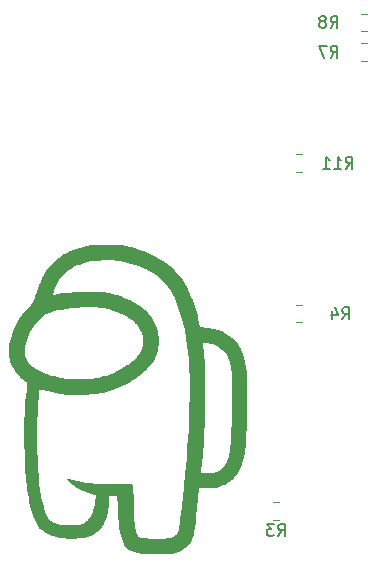
<source format=gbr>
%TF.GenerationSoftware,KiCad,Pcbnew,7.0.1*%
%TF.CreationDate,2023-11-18T18:12:55+02:00*%
%TF.ProjectId,Ulkovalo,556c6b6f-7661-46c6-9f2e-6b696361645f,rev?*%
%TF.SameCoordinates,Original*%
%TF.FileFunction,Legend,Bot*%
%TF.FilePolarity,Positive*%
%FSLAX46Y46*%
G04 Gerber Fmt 4.6, Leading zero omitted, Abs format (unit mm)*
G04 Created by KiCad (PCBNEW 7.0.1) date 2023-11-18 18:12:55*
%MOMM*%
%LPD*%
G01*
G04 APERTURE LIST*
%ADD10C,0.000000*%
%ADD11C,0.150000*%
%ADD12C,0.120000*%
G04 APERTURE END LIST*
D10*
G36*
X61356894Y-95054582D02*
G01*
X61363689Y-95526201D01*
X61370272Y-96546387D01*
X61358810Y-97512312D01*
X61330109Y-98413373D01*
X61284975Y-99238966D01*
X61224214Y-99978487D01*
X61148632Y-100621331D01*
X61059035Y-101156895D01*
X61009234Y-101381133D01*
X60956230Y-101574574D01*
X60897677Y-101744063D01*
X60827628Y-101910761D01*
X60746743Y-102073987D01*
X60655680Y-102233058D01*
X60555099Y-102387291D01*
X60445657Y-102536006D01*
X60328014Y-102678519D01*
X60202829Y-102814149D01*
X60070761Y-102942213D01*
X59932469Y-103062030D01*
X59788611Y-103172918D01*
X59639846Y-103274193D01*
X59486833Y-103365174D01*
X59330232Y-103445180D01*
X59170700Y-103513527D01*
X59008897Y-103569534D01*
X58959641Y-103584675D01*
X58910764Y-103598390D01*
X58861778Y-103610741D01*
X58812196Y-103621790D01*
X58761529Y-103631598D01*
X58709288Y-103640228D01*
X58654985Y-103647742D01*
X58598132Y-103654202D01*
X58538240Y-103659669D01*
X58474821Y-103664206D01*
X58407387Y-103667875D01*
X58335450Y-103670738D01*
X58176111Y-103674294D01*
X57992897Y-103675369D01*
X57320855Y-103675369D01*
X57230897Y-104559077D01*
X57068096Y-106101349D01*
X57002911Y-106648902D01*
X56944486Y-107074602D01*
X56889781Y-107398851D01*
X56835759Y-107642051D01*
X56779380Y-107824603D01*
X56717606Y-107966910D01*
X56653319Y-108086391D01*
X56583567Y-108200694D01*
X56508467Y-108309726D01*
X56428135Y-108413393D01*
X56342687Y-108511604D01*
X56252239Y-108604265D01*
X56156907Y-108691283D01*
X56056809Y-108772565D01*
X55952060Y-108848018D01*
X55842776Y-108917548D01*
X55729073Y-108981064D01*
X55611069Y-109038471D01*
X55488879Y-109089677D01*
X55362619Y-109134589D01*
X55232406Y-109173114D01*
X55098356Y-109205158D01*
X54988143Y-109224633D01*
X54852397Y-109241394D01*
X54518753Y-109266839D01*
X54126322Y-109281618D01*
X53704001Y-109285856D01*
X53280689Y-109279675D01*
X52885282Y-109263201D01*
X52546677Y-109236557D01*
X52407707Y-109219460D01*
X52293773Y-109199867D01*
X52137621Y-109165858D01*
X51994081Y-109130951D01*
X51862369Y-109094617D01*
X51741703Y-109056330D01*
X51631300Y-109015562D01*
X51530377Y-108971787D01*
X51438152Y-108924477D01*
X51353840Y-108873106D01*
X51276660Y-108817145D01*
X51205829Y-108756069D01*
X51140563Y-108689350D01*
X51080079Y-108616460D01*
X51023596Y-108536874D01*
X50970329Y-108450063D01*
X50919496Y-108355501D01*
X50870315Y-108252660D01*
X50817760Y-108132721D01*
X50769111Y-108008271D01*
X50724184Y-107878147D01*
X50682791Y-107741187D01*
X50644747Y-107596227D01*
X50609865Y-107442104D01*
X50577960Y-107277657D01*
X50548845Y-107101722D01*
X50522335Y-106913136D01*
X50498244Y-106710738D01*
X50476385Y-106493364D01*
X50456572Y-106259851D01*
X50438620Y-106009037D01*
X50422342Y-105739759D01*
X50394064Y-105141160D01*
X50362315Y-104310367D01*
X49700857Y-104310367D01*
X49669106Y-104903036D01*
X49656851Y-105088950D01*
X49638039Y-105271406D01*
X49612807Y-105450049D01*
X49581298Y-105624521D01*
X49543649Y-105794467D01*
X49500000Y-105959529D01*
X49450492Y-106119351D01*
X49395263Y-106273577D01*
X49334452Y-106421849D01*
X49268200Y-106563812D01*
X49196647Y-106699108D01*
X49119930Y-106827382D01*
X49038191Y-106948276D01*
X48951569Y-107061434D01*
X48860202Y-107166500D01*
X48764231Y-107263117D01*
X48676340Y-107342523D01*
X48586960Y-107416162D01*
X48495596Y-107484219D01*
X48401752Y-107546882D01*
X48304931Y-107604336D01*
X48204637Y-107656767D01*
X48100375Y-107704361D01*
X47991648Y-107747304D01*
X47877959Y-107785783D01*
X47758814Y-107819982D01*
X47633716Y-107850089D01*
X47502168Y-107876289D01*
X47363676Y-107898769D01*
X47217741Y-107917713D01*
X47063870Y-107933309D01*
X46901564Y-107945743D01*
X46652726Y-107955396D01*
X46406825Y-107954755D01*
X46164691Y-107944068D01*
X45927154Y-107923584D01*
X45695042Y-107893549D01*
X45469187Y-107854213D01*
X45250416Y-107805823D01*
X45039559Y-107748628D01*
X44837446Y-107682875D01*
X44644906Y-107608812D01*
X44462769Y-107526688D01*
X44291863Y-107436750D01*
X44133019Y-107339247D01*
X43987065Y-107234427D01*
X43854832Y-107122537D01*
X43737148Y-107003826D01*
X43641352Y-106885133D01*
X43548478Y-106743604D01*
X43458595Y-106579596D01*
X43371775Y-106393465D01*
X43288086Y-106185568D01*
X43207599Y-105956262D01*
X43130383Y-105705903D01*
X43056508Y-105434847D01*
X42986043Y-105143452D01*
X42919059Y-104832073D01*
X42855625Y-104501067D01*
X42795811Y-104150791D01*
X42739686Y-103781602D01*
X42687321Y-103393855D01*
X42638786Y-102987908D01*
X42594149Y-102564118D01*
X42582036Y-102410597D01*
X42569675Y-102187252D01*
X42545200Y-101573254D01*
X42522710Y-100806458D01*
X42504189Y-99971201D01*
X42495859Y-99224322D01*
X42495768Y-99144213D01*
X43577406Y-99144213D01*
X43584145Y-99783740D01*
X43599565Y-100447452D01*
X43627077Y-101282378D01*
X43662899Y-102022053D01*
X43708395Y-102679873D01*
X43764929Y-103269233D01*
X43833866Y-103803525D01*
X43916569Y-104296146D01*
X44014403Y-104760490D01*
X44128732Y-105209950D01*
X44180630Y-105397217D01*
X44229894Y-105565081D01*
X44277606Y-105714978D01*
X44324854Y-105848341D01*
X44372722Y-105966603D01*
X44422295Y-106071200D01*
X44474659Y-106163566D01*
X44530898Y-106245133D01*
X44560810Y-106282316D01*
X44592098Y-106317337D01*
X44624898Y-106350375D01*
X44659345Y-106381610D01*
X44733723Y-106439388D01*
X44816317Y-106492105D01*
X44908213Y-106541193D01*
X45010496Y-106588088D01*
X45124252Y-106634224D01*
X45250564Y-106681034D01*
X45370619Y-106721889D01*
X45425623Y-106738926D01*
X45478767Y-106753877D01*
X45531167Y-106766875D01*
X45583939Y-106778052D01*
X45638199Y-106787538D01*
X45695064Y-106795466D01*
X45755650Y-106801968D01*
X45821072Y-106807176D01*
X45892448Y-106811221D01*
X45970893Y-106814235D01*
X46057523Y-106816350D01*
X46153456Y-106817697D01*
X46377690Y-106818617D01*
X46602576Y-106819464D01*
X46782751Y-106817459D01*
X46926587Y-106811734D01*
X46987494Y-106807205D01*
X47042456Y-106801420D01*
X47092518Y-106794270D01*
X47138729Y-106785648D01*
X47182133Y-106775445D01*
X47223777Y-106763551D01*
X47264709Y-106749860D01*
X47305974Y-106734261D01*
X47393689Y-106696909D01*
X47451500Y-106668983D01*
X47509651Y-106636964D01*
X47567865Y-106601101D01*
X47625861Y-106561641D01*
X47683362Y-106518832D01*
X47740087Y-106472923D01*
X47795758Y-106424161D01*
X47850096Y-106372794D01*
X47902822Y-106319072D01*
X47953656Y-106263240D01*
X48002319Y-106205549D01*
X48048534Y-106146245D01*
X48092019Y-106085577D01*
X48132497Y-106023793D01*
X48169689Y-105961141D01*
X48203315Y-105897869D01*
X48223803Y-105853117D01*
X48245431Y-105798815D01*
X48267974Y-105735832D01*
X48291206Y-105665035D01*
X48338841Y-105503474D01*
X48386538Y-105321077D01*
X48432499Y-105124789D01*
X48474926Y-104921556D01*
X48512019Y-104718323D01*
X48541981Y-104522035D01*
X48573732Y-104283908D01*
X48113356Y-104135744D01*
X47978361Y-104092214D01*
X47847233Y-104046963D01*
X47719997Y-104000007D01*
X47596675Y-103951362D01*
X47477291Y-103901042D01*
X47361867Y-103849063D01*
X47250428Y-103795441D01*
X47142997Y-103740191D01*
X47039596Y-103683328D01*
X46940250Y-103624869D01*
X46844980Y-103564829D01*
X46753811Y-103503223D01*
X46666766Y-103440066D01*
X46583869Y-103375375D01*
X46505141Y-103309164D01*
X46430607Y-103241450D01*
X46361133Y-103176721D01*
X46296496Y-103114534D01*
X46238060Y-103056439D01*
X46187190Y-103003988D01*
X46145249Y-102958730D01*
X46113602Y-102922215D01*
X46102065Y-102907721D01*
X46093614Y-102895994D01*
X46088418Y-102887229D01*
X46086648Y-102881618D01*
X46087324Y-102879803D01*
X46089331Y-102878324D01*
X46092634Y-102877177D01*
X46097200Y-102876356D01*
X46109984Y-102875675D01*
X46127410Y-102876242D01*
X46149209Y-102878019D01*
X46175108Y-102880966D01*
X46204836Y-102885044D01*
X46238122Y-102890216D01*
X46274694Y-102896442D01*
X46314282Y-102903683D01*
X46401419Y-102921057D01*
X46497362Y-102942027D01*
X46599939Y-102966284D01*
X47076985Y-103077678D01*
X47483400Y-103163895D01*
X47669054Y-103198531D01*
X47847771Y-103228036D01*
X48023123Y-103252796D01*
X48198685Y-103273201D01*
X48378029Y-103289637D01*
X48564729Y-103302491D01*
X48974492Y-103319007D01*
X49456561Y-103325849D01*
X50039523Y-103326118D01*
X51637606Y-103320826D01*
X51690522Y-103484868D01*
X51695598Y-103509099D01*
X51700868Y-103547500D01*
X51711771Y-103663461D01*
X51722799Y-103826056D01*
X51733517Y-104028586D01*
X51743491Y-104264355D01*
X51752286Y-104526664D01*
X51759469Y-104808818D01*
X51764606Y-105104118D01*
X51782931Y-105807930D01*
X51811983Y-106383874D01*
X51831404Y-106627810D01*
X51854554Y-106844476D01*
X51881781Y-107035439D01*
X51913434Y-107202263D01*
X51949862Y-107346515D01*
X51991414Y-107469761D01*
X52038438Y-107573566D01*
X52091284Y-107659496D01*
X52150300Y-107729117D01*
X52215834Y-107783994D01*
X52288237Y-107825695D01*
X52367856Y-107855783D01*
X52439720Y-107872946D01*
X52541427Y-107888660D01*
X52817813Y-107915397D01*
X53163900Y-107935313D01*
X53546575Y-107947726D01*
X53932722Y-107951953D01*
X54289227Y-107947313D01*
X54582977Y-107933123D01*
X54695970Y-107922233D01*
X54780856Y-107908701D01*
X54846902Y-107893566D01*
X54910119Y-107875928D01*
X54970530Y-107855763D01*
X55028158Y-107833047D01*
X55083027Y-107807758D01*
X55135160Y-107779872D01*
X55184579Y-107749366D01*
X55231309Y-107716217D01*
X55275372Y-107680401D01*
X55316792Y-107641896D01*
X55355592Y-107600678D01*
X55391795Y-107556723D01*
X55425425Y-107510009D01*
X55456504Y-107460512D01*
X55485057Y-107408209D01*
X55511106Y-107353076D01*
X55522266Y-107322949D01*
X55533916Y-107284201D01*
X55546045Y-107236897D01*
X55558648Y-107181096D01*
X55585241Y-107044257D01*
X55613632Y-106874179D01*
X55643759Y-106671360D01*
X55675561Y-106436295D01*
X55708975Y-106169479D01*
X55743939Y-105871410D01*
X55982064Y-103675369D01*
X56114647Y-102405367D01*
X57453147Y-102405367D01*
X58003480Y-102405367D01*
X58168742Y-102404448D01*
X58303617Y-102400985D01*
X58361637Y-102397971D01*
X58414432Y-102393926D01*
X58462794Y-102388719D01*
X58507512Y-102382216D01*
X58549378Y-102374288D01*
X58589181Y-102364801D01*
X58627714Y-102353625D01*
X58665766Y-102340627D01*
X58704128Y-102325676D01*
X58743590Y-102308640D01*
X58828981Y-102267784D01*
X58895465Y-102232378D01*
X58961748Y-102191903D01*
X59027503Y-102146745D01*
X59092406Y-102097293D01*
X59156131Y-102043935D01*
X59218352Y-101987057D01*
X59278744Y-101927048D01*
X59336981Y-101864295D01*
X59392737Y-101799185D01*
X59445687Y-101732106D01*
X59495506Y-101663446D01*
X59541867Y-101593592D01*
X59584446Y-101522933D01*
X59622917Y-101451854D01*
X59656953Y-101380745D01*
X59686231Y-101309992D01*
X59735916Y-101163718D01*
X59781842Y-101000026D01*
X59824094Y-100817871D01*
X59862757Y-100616205D01*
X59897917Y-100393982D01*
X59929657Y-100150156D01*
X59958065Y-99883680D01*
X59983225Y-99593508D01*
X60005223Y-99278594D01*
X60024143Y-98937890D01*
X60053092Y-98174929D01*
X60070755Y-97296254D01*
X60077814Y-96293493D01*
X60077896Y-95054582D01*
X60074000Y-94621037D01*
X60066569Y-94283983D01*
X60054921Y-94022831D01*
X60038374Y-93816994D01*
X60016247Y-93645883D01*
X59987856Y-93488910D01*
X59951358Y-93311066D01*
X59914899Y-93147887D01*
X59877897Y-92998289D01*
X59839772Y-92861186D01*
X59799941Y-92735493D01*
X59757823Y-92620125D01*
X59712837Y-92513998D01*
X59664402Y-92416024D01*
X59611937Y-92325120D01*
X59554859Y-92240201D01*
X59492587Y-92160180D01*
X59424541Y-92083973D01*
X59350139Y-92010494D01*
X59268799Y-91938659D01*
X59179940Y-91867382D01*
X59082980Y-91795577D01*
X59014266Y-91748508D01*
X58945025Y-91704523D01*
X58875226Y-91663609D01*
X58804837Y-91625748D01*
X58733829Y-91590926D01*
X58662169Y-91559126D01*
X58589827Y-91530335D01*
X58516772Y-91504535D01*
X58442973Y-91481712D01*
X58368399Y-91461850D01*
X58293018Y-91444934D01*
X58216801Y-91430948D01*
X58139715Y-91419876D01*
X58061730Y-91411704D01*
X57982815Y-91406415D01*
X57902939Y-91403994D01*
X57622481Y-91398702D01*
X57648939Y-91620951D01*
X57695251Y-92067756D01*
X57731704Y-92476796D01*
X57759351Y-92873805D01*
X57779246Y-93284519D01*
X57792444Y-93734672D01*
X57800000Y-94250000D01*
X57802966Y-94856237D01*
X57802779Y-95094104D01*
X57802397Y-95579118D01*
X57793881Y-96553942D01*
X57777923Y-97507930D01*
X57757005Y-98330949D01*
X57733606Y-98912868D01*
X57675397Y-99838579D01*
X57605283Y-100805962D01*
X57537153Y-101636423D01*
X57484897Y-102151368D01*
X57453147Y-102405367D01*
X56114647Y-102405367D01*
X56167438Y-101899683D01*
X56240467Y-101078316D01*
X56302210Y-100276794D01*
X56354031Y-99476761D01*
X56397294Y-98659860D01*
X56463605Y-96902035D01*
X56484121Y-95960553D01*
X56489816Y-95094104D01*
X56480256Y-94292892D01*
X56455007Y-93547118D01*
X56413635Y-92846986D01*
X56355706Y-92182695D01*
X56280785Y-91544450D01*
X56188439Y-90922452D01*
X56075288Y-90322334D01*
X55937085Y-89721161D01*
X55778046Y-89131771D01*
X55602387Y-88566999D01*
X55414326Y-88039682D01*
X55316963Y-87794081D01*
X55218080Y-87562657D01*
X55118205Y-87347015D01*
X55017865Y-87148759D01*
X54917587Y-86969495D01*
X54817898Y-86810827D01*
X54742870Y-86704303D01*
X54662739Y-86599098D01*
X54487706Y-86392950D01*
X54293883Y-86193004D01*
X54082356Y-85999879D01*
X53854209Y-85814195D01*
X53610529Y-85636573D01*
X53352400Y-85467633D01*
X53080908Y-85307994D01*
X52797137Y-85158277D01*
X52502173Y-85019102D01*
X52197101Y-84891089D01*
X51883007Y-84774859D01*
X51560975Y-84671030D01*
X51232091Y-84580225D01*
X50897439Y-84503061D01*
X50558106Y-84440161D01*
X50411098Y-84419313D01*
X50251200Y-84402364D01*
X50080403Y-84389245D01*
X49900699Y-84379885D01*
X49522542Y-84372165D01*
X49132664Y-84378645D01*
X48747002Y-84398768D01*
X48381495Y-84431975D01*
X48211279Y-84453311D01*
X48052078Y-84477708D01*
X47905884Y-84505098D01*
X47774689Y-84535410D01*
X47549867Y-84597501D01*
X47335656Y-84664777D01*
X47131879Y-84737340D01*
X46938357Y-84815290D01*
X46754913Y-84898728D01*
X46581366Y-84987755D01*
X46417541Y-85082471D01*
X46263257Y-85182978D01*
X46118337Y-85289376D01*
X45982602Y-85401766D01*
X45855875Y-85520248D01*
X45737977Y-85644924D01*
X45628729Y-85775894D01*
X45527954Y-85913259D01*
X45435473Y-86057120D01*
X45351107Y-86207577D01*
X45267722Y-86375112D01*
X45183096Y-86553685D01*
X45101447Y-86733499D01*
X45026992Y-86904754D01*
X44963946Y-87057654D01*
X44916528Y-87182401D01*
X44888953Y-87269197D01*
X44883925Y-87295301D01*
X44885439Y-87308243D01*
X44889681Y-87308867D01*
X44898286Y-87308770D01*
X44927690Y-87306507D01*
X44971853Y-87301639D01*
X45028976Y-87294353D01*
X45097262Y-87284834D01*
X45174911Y-87273269D01*
X45260125Y-87259844D01*
X45351107Y-87244744D01*
X45695334Y-87190081D01*
X46019345Y-87144781D01*
X46331698Y-87108287D01*
X46640950Y-87080041D01*
X46955659Y-87059484D01*
X47284383Y-87046059D01*
X47635680Y-87039206D01*
X48018106Y-87038369D01*
X48449129Y-87042400D01*
X48826078Y-87055732D01*
X48998305Y-87066468D01*
X49161850Y-87080227D01*
X49318326Y-87097242D01*
X49469346Y-87117744D01*
X49616520Y-87141967D01*
X49761462Y-87170144D01*
X49905784Y-87202506D01*
X50051098Y-87239287D01*
X50199017Y-87280719D01*
X50351152Y-87327034D01*
X50674522Y-87435244D01*
X50945972Y-87536220D01*
X51204795Y-87642777D01*
X51451138Y-87755038D01*
X51685148Y-87873129D01*
X51906973Y-87997173D01*
X52116760Y-88127295D01*
X52314656Y-88263617D01*
X52500809Y-88406265D01*
X52675365Y-88555361D01*
X52838473Y-88711031D01*
X52990279Y-88873399D01*
X53130931Y-89042587D01*
X53260575Y-89218721D01*
X53379360Y-89401925D01*
X53487432Y-89592322D01*
X53584939Y-89790036D01*
X53622970Y-89875895D01*
X53657762Y-89959234D01*
X53689421Y-90040636D01*
X53718058Y-90120682D01*
X53743780Y-90199952D01*
X53766696Y-90279028D01*
X53786914Y-90358493D01*
X53804543Y-90438926D01*
X53819692Y-90520909D01*
X53832469Y-90605024D01*
X53842983Y-90691852D01*
X53851342Y-90781974D01*
X53857654Y-90875973D01*
X53862028Y-90974428D01*
X53864574Y-91077922D01*
X53865398Y-91187036D01*
X53862537Y-91378072D01*
X53853678Y-91558930D01*
X53838399Y-91730595D01*
X53816284Y-91894051D01*
X53786914Y-92050283D01*
X53749870Y-92200276D01*
X53704733Y-92345012D01*
X53651085Y-92485478D01*
X53588508Y-92622657D01*
X53516582Y-92757534D01*
X53434889Y-92891093D01*
X53343011Y-93024319D01*
X53240529Y-93158195D01*
X53127024Y-93293708D01*
X53002078Y-93431840D01*
X52865272Y-93573577D01*
X52714634Y-93720575D01*
X52558593Y-93863782D01*
X52397452Y-94003004D01*
X52231512Y-94138049D01*
X52061077Y-94268722D01*
X51886448Y-94394829D01*
X51707928Y-94516176D01*
X51525819Y-94632571D01*
X51340424Y-94743819D01*
X51152044Y-94849726D01*
X50960982Y-94950098D01*
X50767540Y-95044742D01*
X50572021Y-95133464D01*
X50374727Y-95216070D01*
X50175960Y-95292366D01*
X49976023Y-95362160D01*
X49652239Y-95465192D01*
X49499680Y-95509535D01*
X49351276Y-95549435D01*
X49205476Y-95585150D01*
X49060730Y-95616935D01*
X48915488Y-95645046D01*
X48768200Y-95669738D01*
X48617315Y-95691268D01*
X48461283Y-95709890D01*
X48298554Y-95725862D01*
X48127578Y-95739439D01*
X47754681Y-95760430D01*
X47330190Y-95774909D01*
X46996784Y-95782981D01*
X46721731Y-95786898D01*
X46491451Y-95785979D01*
X46292362Y-95779540D01*
X46110885Y-95766900D01*
X45933438Y-95747377D01*
X45746442Y-95720288D01*
X45536315Y-95684952D01*
X45388789Y-95658824D01*
X45231217Y-95628727D01*
X45068437Y-95595654D01*
X44905284Y-95560597D01*
X44746596Y-95524548D01*
X44597210Y-95488499D01*
X44461962Y-95453442D01*
X44345690Y-95420369D01*
X44173298Y-95370336D01*
X44101333Y-95351036D01*
X44038112Y-95335619D01*
X43983077Y-95324140D01*
X43935669Y-95316654D01*
X43895330Y-95313213D01*
X43861503Y-95313873D01*
X43846856Y-95315758D01*
X43833629Y-95318688D01*
X43821749Y-95322671D01*
X43811149Y-95327712D01*
X43801758Y-95333820D01*
X43793507Y-95341000D01*
X43786325Y-95349259D01*
X43780143Y-95358604D01*
X43774892Y-95369043D01*
X43770501Y-95380581D01*
X43764020Y-95406984D01*
X43760145Y-95437867D01*
X43758315Y-95473285D01*
X43757344Y-95497976D01*
X43754512Y-95538852D01*
X43749944Y-95593743D01*
X43743763Y-95660478D01*
X43736094Y-95736886D01*
X43727061Y-95820799D01*
X43716788Y-95910044D01*
X43705399Y-96002452D01*
X43665256Y-96426550D01*
X43632307Y-96894925D01*
X43606800Y-97404227D01*
X43588982Y-97951108D01*
X43579101Y-98532220D01*
X43577406Y-99144213D01*
X42495768Y-99144213D01*
X42495094Y-98554275D01*
X42502515Y-97947604D01*
X42518741Y-97390852D01*
X42544394Y-96870564D01*
X42580092Y-96373281D01*
X42626456Y-95885549D01*
X42684106Y-95393910D01*
X42706710Y-95206314D01*
X42723050Y-95054003D01*
X42733313Y-94933566D01*
X42737685Y-94841592D01*
X42737720Y-94805213D01*
X42736352Y-94774671D01*
X42733604Y-94749540D01*
X42729500Y-94729392D01*
X42724062Y-94713803D01*
X42717314Y-94702345D01*
X42709280Y-94694592D01*
X42699982Y-94690118D01*
X42682950Y-94683240D01*
X42663694Y-94673606D01*
X42619036Y-94646576D01*
X42567059Y-94610042D01*
X42508820Y-94565020D01*
X42445372Y-94512526D01*
X42377769Y-94453575D01*
X42307065Y-94389182D01*
X42234315Y-94320363D01*
X42160572Y-94248134D01*
X42086892Y-94173509D01*
X42014328Y-94097505D01*
X41943934Y-94021136D01*
X41876765Y-93945419D01*
X41813874Y-93871368D01*
X41756317Y-93799999D01*
X41705147Y-93732327D01*
X41582491Y-93545064D01*
X41476469Y-93350428D01*
X41387098Y-93148491D01*
X41314392Y-92939321D01*
X41258367Y-92722990D01*
X41219039Y-92499565D01*
X41196422Y-92269118D01*
X41191085Y-92053915D01*
X42543163Y-92053915D01*
X42544276Y-92168127D01*
X42551244Y-92278719D01*
X42564207Y-92385308D01*
X42583305Y-92487509D01*
X42608678Y-92584939D01*
X42640468Y-92677214D01*
X42678815Y-92763951D01*
X42708757Y-92820810D01*
X42741990Y-92877261D01*
X42778458Y-92933268D01*
X42818103Y-92988796D01*
X42860868Y-93043808D01*
X42906696Y-93098268D01*
X42955529Y-93152142D01*
X43007311Y-93205392D01*
X43061985Y-93257984D01*
X43119492Y-93309881D01*
X43242780Y-93411447D01*
X43376719Y-93509804D01*
X43520851Y-93604665D01*
X43674719Y-93695744D01*
X43837865Y-93782753D01*
X44009832Y-93865405D01*
X44190164Y-93943415D01*
X44378401Y-94016494D01*
X44574088Y-94084357D01*
X44776767Y-94146716D01*
X44985980Y-94203285D01*
X45315190Y-94282123D01*
X45615441Y-94344837D01*
X45758059Y-94370536D01*
X45897460Y-94392669D01*
X46034985Y-94411391D01*
X46171975Y-94426858D01*
X46309772Y-94439224D01*
X46449716Y-94448644D01*
X46741409Y-94459269D01*
X47057783Y-94459972D01*
X47409565Y-94451993D01*
X47693308Y-94438859D01*
X47965748Y-94419106D01*
X48227864Y-94392438D01*
X48480632Y-94358562D01*
X48725027Y-94317182D01*
X48962028Y-94268004D01*
X49192611Y-94210734D01*
X49417752Y-94145077D01*
X49638429Y-94070738D01*
X49855617Y-93987422D01*
X50070294Y-93894836D01*
X50283436Y-93792685D01*
X50496020Y-93680674D01*
X50709022Y-93558508D01*
X50923420Y-93425894D01*
X51140189Y-93282536D01*
X51251590Y-93205491D01*
X51359432Y-93127300D01*
X51463507Y-93048178D01*
X51563605Y-92968343D01*
X51659518Y-92888012D01*
X51751036Y-92807402D01*
X51837949Y-92726730D01*
X51920048Y-92646213D01*
X51997125Y-92566068D01*
X52068969Y-92486512D01*
X52135372Y-92407762D01*
X52196124Y-92330035D01*
X52251016Y-92253549D01*
X52299839Y-92178520D01*
X52342383Y-92105165D01*
X52378439Y-92033701D01*
X52400041Y-91987684D01*
X52419294Y-91944363D01*
X52436331Y-91902965D01*
X52451282Y-91862714D01*
X52464280Y-91822836D01*
X52475456Y-91782554D01*
X52484943Y-91741094D01*
X52492871Y-91697680D01*
X52499374Y-91651539D01*
X52504581Y-91601893D01*
X52508626Y-91547969D01*
X52511640Y-91488991D01*
X52513755Y-91424183D01*
X52515103Y-91352772D01*
X52516023Y-91187036D01*
X52515413Y-91005496D01*
X52512137Y-90862838D01*
X52508820Y-90802892D01*
X52504023Y-90748829D01*
X52497475Y-90699371D01*
X52488903Y-90653238D01*
X52478037Y-90609152D01*
X52464605Y-90565832D01*
X52448335Y-90522002D01*
X52428958Y-90476381D01*
X52406201Y-90427690D01*
X52379793Y-90374650D01*
X52314939Y-90250410D01*
X52272370Y-90174664D01*
X52227019Y-90100228D01*
X52178898Y-90027110D01*
X52128015Y-89955317D01*
X52074380Y-89884857D01*
X52018004Y-89815739D01*
X51958895Y-89747969D01*
X51897063Y-89681556D01*
X51832518Y-89616507D01*
X51765270Y-89552830D01*
X51622702Y-89429623D01*
X51469438Y-89311997D01*
X51305554Y-89200014D01*
X51131128Y-89093736D01*
X50946237Y-88993226D01*
X50750960Y-88898544D01*
X50545373Y-88809754D01*
X50329554Y-88726917D01*
X50103581Y-88650094D01*
X49867531Y-88579350D01*
X49621482Y-88514744D01*
X49476596Y-88481878D01*
X49322130Y-88452732D01*
X49158673Y-88427307D01*
X48986812Y-88405603D01*
X48807138Y-88387620D01*
X48620240Y-88373357D01*
X48426707Y-88362815D01*
X48227127Y-88355994D01*
X47812186Y-88353513D01*
X47380130Y-88365916D01*
X46935671Y-88393201D01*
X46483523Y-88435369D01*
X46025722Y-88493618D01*
X45618088Y-88558069D01*
X45431863Y-88593008D01*
X45256715Y-88629961D01*
X45092155Y-88669086D01*
X44937695Y-88710535D01*
X44792847Y-88754466D01*
X44657123Y-88801031D01*
X44530034Y-88850387D01*
X44411091Y-88902689D01*
X44299807Y-88958091D01*
X44195694Y-89016749D01*
X44098262Y-89078818D01*
X44007023Y-89144452D01*
X43907440Y-89224460D01*
X43810199Y-89310442D01*
X43715440Y-89402012D01*
X43623305Y-89498787D01*
X43447464Y-89706417D01*
X43283801Y-89930264D01*
X43133440Y-90167257D01*
X42997503Y-90414328D01*
X42877117Y-90668405D01*
X42773403Y-90926420D01*
X42687487Y-91185304D01*
X42620493Y-91441986D01*
X42573543Y-91693397D01*
X42547763Y-91936467D01*
X42543163Y-92053915D01*
X41191085Y-92053915D01*
X41190534Y-92031718D01*
X41201389Y-91787434D01*
X41229002Y-91536337D01*
X41273390Y-91278496D01*
X41334567Y-91013982D01*
X41412549Y-90742862D01*
X41507352Y-90465209D01*
X41618992Y-90181091D01*
X41747483Y-89890577D01*
X41792732Y-89795117D01*
X41837617Y-89704594D01*
X41882765Y-89618117D01*
X41928805Y-89534795D01*
X41976364Y-89453737D01*
X42026070Y-89374051D01*
X42078551Y-89294845D01*
X42134435Y-89215228D01*
X42194350Y-89134309D01*
X42258923Y-89051197D01*
X42328783Y-88964999D01*
X42404558Y-88874825D01*
X42576361Y-88678982D01*
X42779357Y-88456535D01*
X42927120Y-88295150D01*
X42988123Y-88226723D01*
X43041707Y-88164584D01*
X43088750Y-88107312D01*
X43130126Y-88053490D01*
X43166711Y-88001698D01*
X43199382Y-87950519D01*
X43229015Y-87898534D01*
X43256485Y-87844324D01*
X43282668Y-87786471D01*
X43308440Y-87723556D01*
X43334678Y-87654161D01*
X43362256Y-87576868D01*
X43424940Y-87392910D01*
X43530938Y-87085074D01*
X43644875Y-86776679D01*
X43764268Y-86473617D01*
X43886638Y-86181780D01*
X44009504Y-85907057D01*
X44130385Y-85655341D01*
X44246802Y-85432523D01*
X44356272Y-85244493D01*
X44421821Y-85143654D01*
X44491416Y-85044567D01*
X44564977Y-84947279D01*
X44642426Y-84851835D01*
X44808676Y-84666668D01*
X44989537Y-84489439D01*
X45184381Y-84320519D01*
X45392582Y-84160280D01*
X45613510Y-84009096D01*
X45846539Y-83867337D01*
X46091039Y-83735376D01*
X46346384Y-83613585D01*
X46611945Y-83502336D01*
X46887095Y-83402002D01*
X47171206Y-83312953D01*
X47463649Y-83235562D01*
X47763798Y-83170202D01*
X48071024Y-83117244D01*
X48348671Y-83086000D01*
X48677911Y-83063748D01*
X49041383Y-83050550D01*
X49421721Y-83046468D01*
X49801563Y-83051563D01*
X50163546Y-83065898D01*
X50490307Y-83089535D01*
X50635052Y-83104861D01*
X50764481Y-83122536D01*
X51134613Y-83188752D01*
X51503785Y-83271757D01*
X51870413Y-83370730D01*
X52232918Y-83484850D01*
X52589718Y-83613294D01*
X52939232Y-83755241D01*
X53279878Y-83909870D01*
X53610075Y-84076359D01*
X53928241Y-84253885D01*
X54232796Y-84441628D01*
X54522159Y-84638766D01*
X54794747Y-84844477D01*
X55048979Y-85057940D01*
X55283275Y-85278332D01*
X55496053Y-85504832D01*
X55685731Y-85736619D01*
X55801566Y-85894122D01*
X55914906Y-86061013D01*
X56025733Y-86237251D01*
X56134034Y-86422799D01*
X56239793Y-86617618D01*
X56342993Y-86821669D01*
X56443620Y-87034913D01*
X56541658Y-87257311D01*
X56637091Y-87488826D01*
X56729905Y-87729417D01*
X56820083Y-87979046D01*
X56907610Y-88237675D01*
X56992470Y-88505265D01*
X57074648Y-88781777D01*
X57154129Y-89067171D01*
X57230897Y-89361410D01*
X57400231Y-90049327D01*
X58029939Y-90118118D01*
X58206681Y-90139567D01*
X58374300Y-90164451D01*
X58533594Y-90193102D01*
X58685361Y-90225853D01*
X58830400Y-90263038D01*
X58969509Y-90304990D01*
X59103487Y-90352043D01*
X59233132Y-90404530D01*
X59359241Y-90462783D01*
X59482615Y-90527137D01*
X59604051Y-90597925D01*
X59724347Y-90675480D01*
X59844302Y-90760135D01*
X59964715Y-90852224D01*
X60086383Y-90952080D01*
X60210105Y-91060036D01*
X60305982Y-91149603D01*
X60395448Y-91240294D01*
X60478915Y-91332984D01*
X60556792Y-91428551D01*
X60629492Y-91527869D01*
X60697424Y-91631815D01*
X60761001Y-91741264D01*
X60820631Y-91857093D01*
X60876727Y-91980177D01*
X60929700Y-92111392D01*
X60979959Y-92251615D01*
X61027916Y-92401721D01*
X61073982Y-92562586D01*
X61118567Y-92735085D01*
X61162082Y-92920096D01*
X61204939Y-93118494D01*
X61245835Y-93323525D01*
X61262970Y-93418685D01*
X61278113Y-93512558D01*
X61291426Y-93607857D01*
X61303072Y-93707295D01*
X61313215Y-93813586D01*
X61322017Y-93929442D01*
X61329640Y-94057576D01*
X61336249Y-94200702D01*
X61347070Y-94542779D01*
X61355782Y-94977377D01*
X61356894Y-95054582D01*
G37*
D11*
%TO.C,R4*%
X69416666Y-89362619D02*
X69749999Y-88886428D01*
X69988094Y-89362619D02*
X69988094Y-88362619D01*
X69988094Y-88362619D02*
X69607142Y-88362619D01*
X69607142Y-88362619D02*
X69511904Y-88410238D01*
X69511904Y-88410238D02*
X69464285Y-88457857D01*
X69464285Y-88457857D02*
X69416666Y-88553095D01*
X69416666Y-88553095D02*
X69416666Y-88695952D01*
X69416666Y-88695952D02*
X69464285Y-88791190D01*
X69464285Y-88791190D02*
X69511904Y-88838809D01*
X69511904Y-88838809D02*
X69607142Y-88886428D01*
X69607142Y-88886428D02*
X69988094Y-88886428D01*
X68559523Y-88695952D02*
X68559523Y-89362619D01*
X68797618Y-88315000D02*
X69035713Y-89029285D01*
X69035713Y-89029285D02*
X68416666Y-89029285D01*
%TO.C,R8*%
X68416666Y-64712619D02*
X68749999Y-64236428D01*
X68988094Y-64712619D02*
X68988094Y-63712619D01*
X68988094Y-63712619D02*
X68607142Y-63712619D01*
X68607142Y-63712619D02*
X68511904Y-63760238D01*
X68511904Y-63760238D02*
X68464285Y-63807857D01*
X68464285Y-63807857D02*
X68416666Y-63903095D01*
X68416666Y-63903095D02*
X68416666Y-64045952D01*
X68416666Y-64045952D02*
X68464285Y-64141190D01*
X68464285Y-64141190D02*
X68511904Y-64188809D01*
X68511904Y-64188809D02*
X68607142Y-64236428D01*
X68607142Y-64236428D02*
X68988094Y-64236428D01*
X67845237Y-64141190D02*
X67940475Y-64093571D01*
X67940475Y-64093571D02*
X67988094Y-64045952D01*
X67988094Y-64045952D02*
X68035713Y-63950714D01*
X68035713Y-63950714D02*
X68035713Y-63903095D01*
X68035713Y-63903095D02*
X67988094Y-63807857D01*
X67988094Y-63807857D02*
X67940475Y-63760238D01*
X67940475Y-63760238D02*
X67845237Y-63712619D01*
X67845237Y-63712619D02*
X67654761Y-63712619D01*
X67654761Y-63712619D02*
X67559523Y-63760238D01*
X67559523Y-63760238D02*
X67511904Y-63807857D01*
X67511904Y-63807857D02*
X67464285Y-63903095D01*
X67464285Y-63903095D02*
X67464285Y-63950714D01*
X67464285Y-63950714D02*
X67511904Y-64045952D01*
X67511904Y-64045952D02*
X67559523Y-64093571D01*
X67559523Y-64093571D02*
X67654761Y-64141190D01*
X67654761Y-64141190D02*
X67845237Y-64141190D01*
X67845237Y-64141190D02*
X67940475Y-64188809D01*
X67940475Y-64188809D02*
X67988094Y-64236428D01*
X67988094Y-64236428D02*
X68035713Y-64331666D01*
X68035713Y-64331666D02*
X68035713Y-64522142D01*
X68035713Y-64522142D02*
X67988094Y-64617380D01*
X67988094Y-64617380D02*
X67940475Y-64665000D01*
X67940475Y-64665000D02*
X67845237Y-64712619D01*
X67845237Y-64712619D02*
X67654761Y-64712619D01*
X67654761Y-64712619D02*
X67559523Y-64665000D01*
X67559523Y-64665000D02*
X67511904Y-64617380D01*
X67511904Y-64617380D02*
X67464285Y-64522142D01*
X67464285Y-64522142D02*
X67464285Y-64331666D01*
X67464285Y-64331666D02*
X67511904Y-64236428D01*
X67511904Y-64236428D02*
X67559523Y-64188809D01*
X67559523Y-64188809D02*
X67654761Y-64141190D01*
%TO.C,R11*%
X69692857Y-76612619D02*
X70026190Y-76136428D01*
X70264285Y-76612619D02*
X70264285Y-75612619D01*
X70264285Y-75612619D02*
X69883333Y-75612619D01*
X69883333Y-75612619D02*
X69788095Y-75660238D01*
X69788095Y-75660238D02*
X69740476Y-75707857D01*
X69740476Y-75707857D02*
X69692857Y-75803095D01*
X69692857Y-75803095D02*
X69692857Y-75945952D01*
X69692857Y-75945952D02*
X69740476Y-76041190D01*
X69740476Y-76041190D02*
X69788095Y-76088809D01*
X69788095Y-76088809D02*
X69883333Y-76136428D01*
X69883333Y-76136428D02*
X70264285Y-76136428D01*
X68740476Y-76612619D02*
X69311904Y-76612619D01*
X69026190Y-76612619D02*
X69026190Y-75612619D01*
X69026190Y-75612619D02*
X69121428Y-75755476D01*
X69121428Y-75755476D02*
X69216666Y-75850714D01*
X69216666Y-75850714D02*
X69311904Y-75898333D01*
X67788095Y-76612619D02*
X68359523Y-76612619D01*
X68073809Y-76612619D02*
X68073809Y-75612619D01*
X68073809Y-75612619D02*
X68169047Y-75755476D01*
X68169047Y-75755476D02*
X68264285Y-75850714D01*
X68264285Y-75850714D02*
X68359523Y-75898333D01*
%TO.C,R7*%
X68416666Y-67212619D02*
X68749999Y-66736428D01*
X68988094Y-67212619D02*
X68988094Y-66212619D01*
X68988094Y-66212619D02*
X68607142Y-66212619D01*
X68607142Y-66212619D02*
X68511904Y-66260238D01*
X68511904Y-66260238D02*
X68464285Y-66307857D01*
X68464285Y-66307857D02*
X68416666Y-66403095D01*
X68416666Y-66403095D02*
X68416666Y-66545952D01*
X68416666Y-66545952D02*
X68464285Y-66641190D01*
X68464285Y-66641190D02*
X68511904Y-66688809D01*
X68511904Y-66688809D02*
X68607142Y-66736428D01*
X68607142Y-66736428D02*
X68988094Y-66736428D01*
X68083332Y-66212619D02*
X67416666Y-66212619D01*
X67416666Y-66212619D02*
X67845237Y-67212619D01*
%TO.C,R3*%
X63966666Y-107712619D02*
X64299999Y-107236428D01*
X64538094Y-107712619D02*
X64538094Y-106712619D01*
X64538094Y-106712619D02*
X64157142Y-106712619D01*
X64157142Y-106712619D02*
X64061904Y-106760238D01*
X64061904Y-106760238D02*
X64014285Y-106807857D01*
X64014285Y-106807857D02*
X63966666Y-106903095D01*
X63966666Y-106903095D02*
X63966666Y-107045952D01*
X63966666Y-107045952D02*
X64014285Y-107141190D01*
X64014285Y-107141190D02*
X64061904Y-107188809D01*
X64061904Y-107188809D02*
X64157142Y-107236428D01*
X64157142Y-107236428D02*
X64538094Y-107236428D01*
X63633332Y-106712619D02*
X63014285Y-106712619D01*
X63014285Y-106712619D02*
X63347618Y-107093571D01*
X63347618Y-107093571D02*
X63204761Y-107093571D01*
X63204761Y-107093571D02*
X63109523Y-107141190D01*
X63109523Y-107141190D02*
X63061904Y-107188809D01*
X63061904Y-107188809D02*
X63014285Y-107284047D01*
X63014285Y-107284047D02*
X63014285Y-107522142D01*
X63014285Y-107522142D02*
X63061904Y-107617380D01*
X63061904Y-107617380D02*
X63109523Y-107665000D01*
X63109523Y-107665000D02*
X63204761Y-107712619D01*
X63204761Y-107712619D02*
X63490475Y-107712619D01*
X63490475Y-107712619D02*
X63585713Y-107665000D01*
X63585713Y-107665000D02*
X63633332Y-107617380D01*
D12*
%TO.C,R4*%
X65977064Y-89635000D02*
X65522936Y-89635000D01*
X65977064Y-88165000D02*
X65522936Y-88165000D01*
%TO.C,R8*%
X71022936Y-63515000D02*
X71477064Y-63515000D01*
X71022936Y-64985000D02*
X71477064Y-64985000D01*
%TO.C,R11*%
X65977064Y-76885000D02*
X65522936Y-76885000D01*
X65977064Y-75415000D02*
X65522936Y-75415000D01*
%TO.C,R7*%
X71022936Y-66015000D02*
X71477064Y-66015000D01*
X71022936Y-67485000D02*
X71477064Y-67485000D01*
%TO.C,R3*%
X63572936Y-104865000D02*
X64027064Y-104865000D01*
X63572936Y-106335000D02*
X64027064Y-106335000D01*
%TD*%
M02*

</source>
